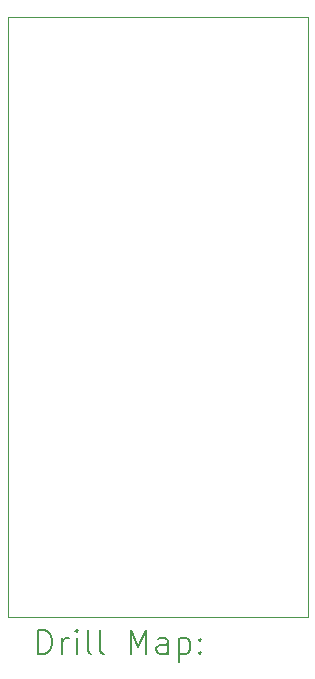
<source format=gbr>
%TF.GenerationSoftware,KiCad,Pcbnew,9.0.6*%
%TF.CreationDate,2026-01-08T15:28:11-06:00*%
%TF.ProjectId,QFN-36_6x6_P0.5,51464e2d-3336-45f3-9678-365f50302e35,rev?*%
%TF.SameCoordinates,Original*%
%TF.FileFunction,Drillmap*%
%TF.FilePolarity,Positive*%
%FSLAX45Y45*%
G04 Gerber Fmt 4.5, Leading zero omitted, Abs format (unit mm)*
G04 Created by KiCad (PCBNEW 9.0.6) date 2026-01-08 15:28:11*
%MOMM*%
%LPD*%
G01*
G04 APERTURE LIST*
%ADD10C,0.050000*%
%ADD11C,0.200000*%
G04 APERTURE END LIST*
D10*
X9017000Y-8900442D02*
X11557000Y-8900442D01*
X11557000Y-13980442D01*
X9017000Y-13980442D01*
X9017000Y-8900442D01*
D11*
X9275277Y-14294426D02*
X9275277Y-14094426D01*
X9275277Y-14094426D02*
X9322896Y-14094426D01*
X9322896Y-14094426D02*
X9351467Y-14103950D01*
X9351467Y-14103950D02*
X9370515Y-14122998D01*
X9370515Y-14122998D02*
X9380039Y-14142045D01*
X9380039Y-14142045D02*
X9389563Y-14180140D01*
X9389563Y-14180140D02*
X9389563Y-14208712D01*
X9389563Y-14208712D02*
X9380039Y-14246807D01*
X9380039Y-14246807D02*
X9370515Y-14265855D01*
X9370515Y-14265855D02*
X9351467Y-14284902D01*
X9351467Y-14284902D02*
X9322896Y-14294426D01*
X9322896Y-14294426D02*
X9275277Y-14294426D01*
X9475277Y-14294426D02*
X9475277Y-14161093D01*
X9475277Y-14199188D02*
X9484801Y-14180140D01*
X9484801Y-14180140D02*
X9494324Y-14170617D01*
X9494324Y-14170617D02*
X9513372Y-14161093D01*
X9513372Y-14161093D02*
X9532420Y-14161093D01*
X9599086Y-14294426D02*
X9599086Y-14161093D01*
X9599086Y-14094426D02*
X9589563Y-14103950D01*
X9589563Y-14103950D02*
X9599086Y-14113474D01*
X9599086Y-14113474D02*
X9608610Y-14103950D01*
X9608610Y-14103950D02*
X9599086Y-14094426D01*
X9599086Y-14094426D02*
X9599086Y-14113474D01*
X9722896Y-14294426D02*
X9703848Y-14284902D01*
X9703848Y-14284902D02*
X9694324Y-14265855D01*
X9694324Y-14265855D02*
X9694324Y-14094426D01*
X9827658Y-14294426D02*
X9808610Y-14284902D01*
X9808610Y-14284902D02*
X9799086Y-14265855D01*
X9799086Y-14265855D02*
X9799086Y-14094426D01*
X10056229Y-14294426D02*
X10056229Y-14094426D01*
X10056229Y-14094426D02*
X10122896Y-14237283D01*
X10122896Y-14237283D02*
X10189563Y-14094426D01*
X10189563Y-14094426D02*
X10189563Y-14294426D01*
X10370515Y-14294426D02*
X10370515Y-14189664D01*
X10370515Y-14189664D02*
X10360991Y-14170617D01*
X10360991Y-14170617D02*
X10341944Y-14161093D01*
X10341944Y-14161093D02*
X10303848Y-14161093D01*
X10303848Y-14161093D02*
X10284801Y-14170617D01*
X10370515Y-14284902D02*
X10351467Y-14294426D01*
X10351467Y-14294426D02*
X10303848Y-14294426D01*
X10303848Y-14294426D02*
X10284801Y-14284902D01*
X10284801Y-14284902D02*
X10275277Y-14265855D01*
X10275277Y-14265855D02*
X10275277Y-14246807D01*
X10275277Y-14246807D02*
X10284801Y-14227759D01*
X10284801Y-14227759D02*
X10303848Y-14218236D01*
X10303848Y-14218236D02*
X10351467Y-14218236D01*
X10351467Y-14218236D02*
X10370515Y-14208712D01*
X10465753Y-14161093D02*
X10465753Y-14361093D01*
X10465753Y-14170617D02*
X10484801Y-14161093D01*
X10484801Y-14161093D02*
X10522896Y-14161093D01*
X10522896Y-14161093D02*
X10541944Y-14170617D01*
X10541944Y-14170617D02*
X10551467Y-14180140D01*
X10551467Y-14180140D02*
X10560991Y-14199188D01*
X10560991Y-14199188D02*
X10560991Y-14256331D01*
X10560991Y-14256331D02*
X10551467Y-14275378D01*
X10551467Y-14275378D02*
X10541944Y-14284902D01*
X10541944Y-14284902D02*
X10522896Y-14294426D01*
X10522896Y-14294426D02*
X10484801Y-14294426D01*
X10484801Y-14294426D02*
X10465753Y-14284902D01*
X10646705Y-14275378D02*
X10656229Y-14284902D01*
X10656229Y-14284902D02*
X10646705Y-14294426D01*
X10646705Y-14294426D02*
X10637182Y-14284902D01*
X10637182Y-14284902D02*
X10646705Y-14275378D01*
X10646705Y-14275378D02*
X10646705Y-14294426D01*
X10646705Y-14170617D02*
X10656229Y-14180140D01*
X10656229Y-14180140D02*
X10646705Y-14189664D01*
X10646705Y-14189664D02*
X10637182Y-14180140D01*
X10637182Y-14180140D02*
X10646705Y-14170617D01*
X10646705Y-14170617D02*
X10646705Y-14189664D01*
M02*

</source>
